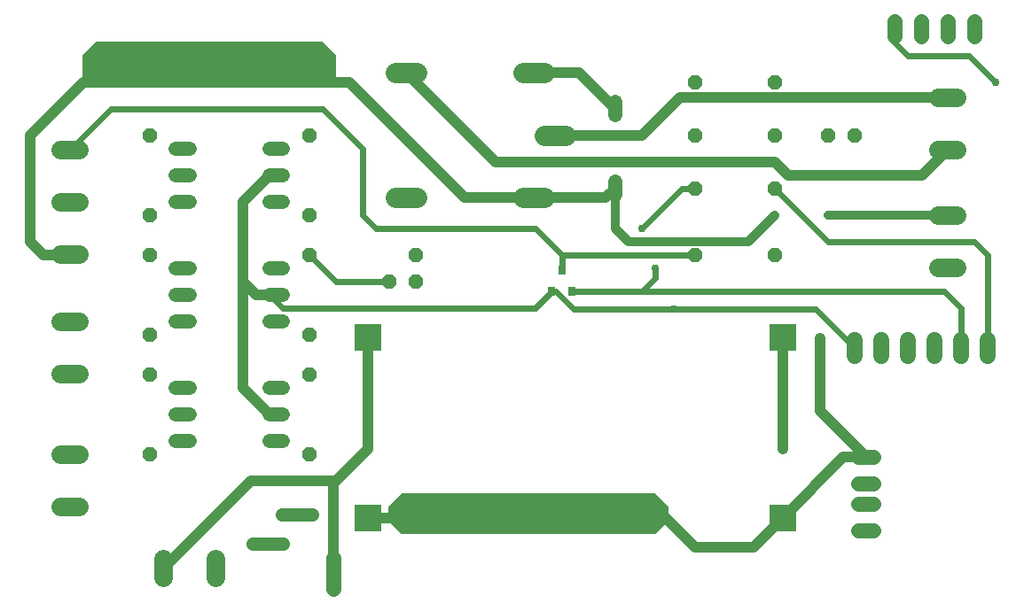
<source format=gbr>
G04 EAGLE Gerber X2 export*
%TF.Part,Single*%
%TF.FileFunction,Copper,L1,Top,Mixed*%
%TF.FilePolarity,Positive*%
%TF.GenerationSoftware,Autodesk,EAGLE,8.7.0*%
%TF.CreationDate,2018-11-06T21:30:33Z*%
G75*
%MOMM*%
%FSLAX34Y34*%
%LPD*%
%AMOC8*
5,1,8,0,0,1.08239X$1,22.5*%
G01*
%ADD10C,1.790700*%
%ADD11C,1.320800*%
%ADD12C,1.524000*%
%ADD13C,1.981200*%
%ADD14P,1.429621X8X22.500000*%
%ADD15R,0.800000X0.900000*%
%ADD16P,1.429621X8X112.500000*%
%ADD17P,1.429621X8X202.500000*%
%ADD18P,1.429621X8X292.500000*%
%ADD19R,2.500000X2.500000*%
%ADD20C,1.458000*%
%ADD21C,1.422400*%
%ADD22C,1.400000*%
%ADD23C,1.308000*%
%ADD24C,1.016000*%
%ADD25C,0.756400*%
%ADD26C,0.609600*%
%ADD27C,0.812800*%

G36*
X622390Y75454D02*
X622390Y75454D01*
X622481Y75461D01*
X622511Y75473D01*
X622543Y75479D01*
X622623Y75521D01*
X622707Y75557D01*
X622739Y75583D01*
X622760Y75594D01*
X622782Y75617D01*
X622838Y75662D01*
X635538Y88362D01*
X635591Y88436D01*
X635651Y88505D01*
X635663Y88535D01*
X635682Y88561D01*
X635709Y88648D01*
X635743Y88733D01*
X635747Y88774D01*
X635754Y88797D01*
X635753Y88829D01*
X635761Y88900D01*
X635761Y101600D01*
X635747Y101690D01*
X635739Y101781D01*
X635727Y101811D01*
X635722Y101843D01*
X635679Y101923D01*
X635643Y102007D01*
X635617Y102039D01*
X635606Y102060D01*
X635583Y102082D01*
X635538Y102138D01*
X622838Y114838D01*
X622764Y114891D01*
X622695Y114951D01*
X622665Y114963D01*
X622639Y114982D01*
X622552Y115009D01*
X622467Y115043D01*
X622426Y115047D01*
X622403Y115054D01*
X622371Y115053D01*
X622300Y115061D01*
X381000Y115061D01*
X380910Y115047D01*
X380819Y115039D01*
X380789Y115027D01*
X380757Y115022D01*
X380677Y114979D01*
X380593Y114943D01*
X380561Y114917D01*
X380540Y114906D01*
X380518Y114883D01*
X380462Y114838D01*
X367762Y102138D01*
X367709Y102064D01*
X367649Y101995D01*
X367637Y101965D01*
X367618Y101939D01*
X367591Y101852D01*
X367557Y101767D01*
X367553Y101726D01*
X367546Y101703D01*
X367547Y101671D01*
X367539Y101600D01*
X367539Y88900D01*
X367554Y88810D01*
X367561Y88719D01*
X367573Y88689D01*
X367579Y88657D01*
X367621Y88577D01*
X367657Y88493D01*
X367683Y88461D01*
X367694Y88440D01*
X367717Y88418D01*
X367762Y88362D01*
X380462Y75662D01*
X380536Y75609D01*
X380605Y75549D01*
X380635Y75537D01*
X380661Y75518D01*
X380748Y75491D01*
X380833Y75457D01*
X380874Y75453D01*
X380897Y75446D01*
X380929Y75447D01*
X381000Y75439D01*
X622300Y75439D01*
X622390Y75454D01*
G37*
G36*
X317520Y507242D02*
X317520Y507242D01*
X317539Y507240D01*
X317641Y507262D01*
X317743Y507279D01*
X317760Y507288D01*
X317780Y507292D01*
X317869Y507345D01*
X317960Y507394D01*
X317974Y507408D01*
X317991Y507418D01*
X318058Y507497D01*
X318130Y507572D01*
X318138Y507590D01*
X318151Y507605D01*
X318190Y507701D01*
X318233Y507795D01*
X318235Y507815D01*
X318243Y507833D01*
X318261Y508000D01*
X318261Y533400D01*
X318247Y533490D01*
X318239Y533581D01*
X318227Y533611D01*
X318222Y533643D01*
X318179Y533723D01*
X318143Y533807D01*
X318117Y533839D01*
X318106Y533860D01*
X318083Y533882D01*
X318038Y533938D01*
X305338Y546638D01*
X305264Y546691D01*
X305195Y546751D01*
X305165Y546763D01*
X305139Y546782D01*
X305052Y546809D01*
X304967Y546843D01*
X304926Y546847D01*
X304903Y546854D01*
X304871Y546853D01*
X304800Y546861D01*
X88900Y546861D01*
X88810Y546847D01*
X88719Y546839D01*
X88689Y546827D01*
X88657Y546822D01*
X88577Y546779D01*
X88493Y546743D01*
X88461Y546717D01*
X88440Y546706D01*
X88418Y546683D01*
X88362Y546638D01*
X75662Y533938D01*
X75609Y533864D01*
X75549Y533795D01*
X75537Y533765D01*
X75518Y533739D01*
X75491Y533652D01*
X75457Y533567D01*
X75453Y533526D01*
X75446Y533503D01*
X75447Y533471D01*
X75439Y533400D01*
X75439Y508000D01*
X75442Y507980D01*
X75440Y507961D01*
X75462Y507859D01*
X75479Y507757D01*
X75488Y507740D01*
X75492Y507720D01*
X75545Y507631D01*
X75594Y507540D01*
X75608Y507526D01*
X75618Y507509D01*
X75697Y507442D01*
X75772Y507371D01*
X75790Y507362D01*
X75805Y507349D01*
X75901Y507310D01*
X75995Y507267D01*
X76015Y507265D01*
X76033Y507257D01*
X76200Y507239D01*
X317500Y507239D01*
X317520Y507242D01*
G37*
D10*
X910654Y330600D02*
X892747Y330600D01*
X892747Y380600D02*
X910654Y380600D01*
D11*
X584200Y399796D02*
X584200Y413004D01*
X584200Y475996D02*
X584200Y489204D01*
D10*
X72454Y102000D02*
X54547Y102000D01*
X54547Y152000D02*
X72454Y152000D01*
X72454Y229000D02*
X54547Y229000D01*
X54547Y279000D02*
X72454Y279000D01*
X72654Y343700D02*
X54747Y343700D01*
X54747Y393700D02*
X72654Y393700D01*
X72654Y443700D02*
X54747Y443700D01*
D12*
X812800Y261620D02*
X812800Y246380D01*
X838200Y246380D02*
X838200Y261620D01*
X863600Y261620D02*
X863600Y246380D01*
X889000Y246380D02*
X889000Y261620D01*
X914400Y261620D02*
X914400Y246380D01*
X939800Y246380D02*
X939800Y261620D01*
D13*
X536956Y457200D02*
X517144Y457200D01*
X516636Y516890D02*
X496824Y516890D01*
X496824Y397510D02*
X516636Y397510D01*
X394716Y397510D02*
X374904Y397510D01*
X374904Y516890D02*
X394716Y516890D01*
D14*
X787400Y457200D03*
X812800Y457200D03*
D11*
X177800Y444500D02*
X164592Y444500D01*
X164592Y419100D02*
X177800Y419100D01*
X254000Y419100D02*
X267208Y419100D01*
X267208Y444500D02*
X254000Y444500D01*
X177800Y393700D02*
X164592Y393700D01*
X254000Y393700D02*
X267208Y393700D01*
X177800Y215900D02*
X164592Y215900D01*
X164592Y190500D02*
X177800Y190500D01*
X254000Y190500D02*
X267208Y190500D01*
X267208Y215900D02*
X254000Y215900D01*
X177800Y165100D02*
X164592Y165100D01*
X254000Y165100D02*
X267208Y165100D01*
X177800Y330200D02*
X164592Y330200D01*
X164592Y304800D02*
X177800Y304800D01*
X254000Y304800D02*
X267208Y304800D01*
X267208Y330200D02*
X254000Y330200D01*
X177800Y279400D02*
X164592Y279400D01*
X254000Y279400D02*
X267208Y279400D01*
D10*
X892747Y443630D02*
X910654Y443630D01*
X910654Y493630D02*
X892747Y493630D01*
X152800Y52134D02*
X152800Y34227D01*
X202800Y34227D02*
X202800Y52134D01*
D15*
X523900Y307500D03*
X542900Y307500D03*
X533400Y328500D03*
D16*
X139700Y381000D03*
X139700Y457200D03*
D14*
X660400Y508000D03*
X736600Y508000D03*
X660400Y342900D03*
X736600Y342900D03*
D16*
X139700Y152400D03*
X139700Y228600D03*
X139700Y266700D03*
X139700Y342900D03*
D17*
X736600Y406400D03*
X660400Y406400D03*
D18*
X292100Y457200D03*
X292100Y381000D03*
X292100Y228600D03*
X292100Y152400D03*
X292100Y342900D03*
X292100Y266700D03*
D14*
X660400Y457200D03*
X736600Y457200D03*
X368300Y317500D03*
X393700Y317500D03*
X393700Y342900D03*
D19*
X347980Y264160D03*
X347980Y91440D03*
X744220Y91440D03*
X744220Y264160D03*
D20*
X816510Y104300D02*
X831090Y104300D01*
X831090Y124300D02*
X816510Y124300D01*
X816510Y79300D02*
X831090Y79300D01*
X831090Y149300D02*
X816510Y149300D01*
D21*
X850900Y551688D02*
X850900Y565912D01*
X876300Y565912D02*
X876300Y551688D01*
X901700Y551688D02*
X901700Y565912D01*
X927100Y565912D02*
X927100Y551688D01*
D22*
X315700Y37100D02*
X315700Y23100D01*
D23*
X295240Y94100D02*
X282160Y94100D01*
X267240Y66100D02*
X254160Y66100D01*
D22*
X315700Y53100D02*
X315700Y39100D01*
D23*
X279240Y94100D02*
X266160Y94100D01*
X251240Y66100D02*
X238160Y66100D01*
D24*
X347980Y157480D02*
X347980Y264160D01*
X347980Y157480D02*
X317500Y127000D01*
X506730Y397510D02*
X575310Y397510D01*
X584200Y406400D01*
X506730Y397510D02*
X440690Y397510D01*
X25400Y355600D02*
X25400Y457200D01*
X25400Y355600D02*
X38100Y342900D01*
X62900Y342900D01*
X63700Y343700D01*
X330200Y508000D02*
X440690Y397510D01*
X330200Y508000D02*
X76200Y508000D01*
X25400Y457200D01*
D25*
X947958Y508000D03*
D26*
X922558Y533400D01*
X863600Y533400D01*
X850900Y546100D01*
X850900Y558800D01*
D27*
X901700Y380600D02*
X787800Y380600D01*
X787400Y381000D01*
D25*
X787400Y381000D03*
X736600Y381000D03*
D27*
X711200Y355600D01*
X596900Y355600D01*
X584200Y368300D01*
X584200Y406400D01*
D24*
X236620Y127000D02*
X152800Y43180D01*
X236620Y127000D02*
X317500Y127000D01*
X315700Y125200D02*
X315700Y30100D01*
X315700Y125200D02*
X317500Y127000D01*
X802080Y149300D02*
X823800Y149300D01*
X802080Y149300D02*
X744220Y91440D01*
X632460Y91440D02*
X347980Y91440D01*
X716280Y63500D02*
X744220Y91440D01*
X716280Y63500D02*
X660400Y63500D01*
X632460Y91440D01*
D26*
X368300Y317500D02*
X317500Y317500D01*
X292100Y342900D01*
D24*
X779780Y193320D02*
X823800Y149300D01*
X779780Y193320D02*
X779780Y262890D01*
D25*
X779780Y262890D03*
D24*
X254000Y419100D02*
X228600Y393700D01*
X228600Y317500D01*
X228600Y215900D01*
X254000Y190500D01*
X254000Y304800D02*
X241300Y304800D01*
X228600Y317500D01*
D26*
X508500Y292100D02*
X523900Y307500D01*
X266700Y292100D02*
X254000Y304800D01*
X266700Y292100D02*
X508500Y292100D01*
X523900Y307500D02*
X527934Y307500D01*
X544626Y290808D01*
X759482Y290808D02*
X763270Y290830D01*
X640080Y290808D02*
X544626Y290808D01*
X640080Y290808D02*
X759482Y290808D01*
X763270Y290830D02*
X775970Y290830D01*
X812800Y254000D01*
D25*
X640080Y290808D03*
D24*
X744220Y264160D02*
X744220Y157480D01*
D25*
X744220Y157480D03*
D26*
X660400Y406400D02*
X647700Y406400D01*
X609600Y368300D01*
D25*
X609600Y368300D03*
D26*
X939800Y342900D02*
X939800Y254000D01*
X939800Y342900D02*
X927100Y355600D01*
X787400Y355600D01*
X736600Y406400D01*
D24*
X646030Y493630D02*
X901700Y493630D01*
X609600Y457200D02*
X527050Y457200D01*
X609600Y457200D02*
X646030Y493630D01*
X469900Y431800D02*
X384810Y516890D01*
X736600Y431800D02*
X749300Y419100D01*
X877170Y419100D02*
X901700Y443630D01*
X736600Y431800D02*
X469900Y431800D01*
X749300Y419100D02*
X877170Y419100D01*
D26*
X609600Y307500D02*
X542900Y307500D01*
X609600Y307500D02*
X899000Y307500D01*
X914400Y292100D01*
X914400Y254000D01*
D25*
X622300Y330200D03*
D26*
X622300Y320200D01*
X609600Y307500D01*
D24*
X549910Y516890D02*
X506730Y516890D01*
X549910Y516890D02*
X584200Y482600D01*
D26*
X533400Y342900D02*
X533400Y328500D01*
X533400Y342900D02*
X508000Y368300D01*
X355600Y368300D01*
X342900Y381000D01*
X342900Y444500D01*
X304800Y482600D01*
X102600Y482600D01*
X63700Y443700D01*
X533400Y342900D02*
X660400Y342900D01*
M02*

</source>
